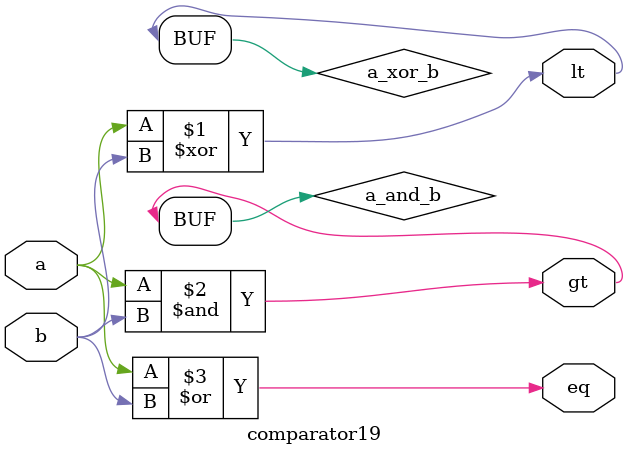
<source format=v>
module comparator19 (input a, input b, output eq, output gt, output lt);

    wire a_xor_b, a_and_b;
    wire a_nor_b;

    xor u_xor(a_xor_b, a, b);
    and u_and(a_and_b, a, b);
    nor u_nor(a_nor_b, a, b);

    assign eq = ~a_nor_b;
    assign gt = a_and_b;
    assign lt = a_xor_b;

endmodule



</source>
